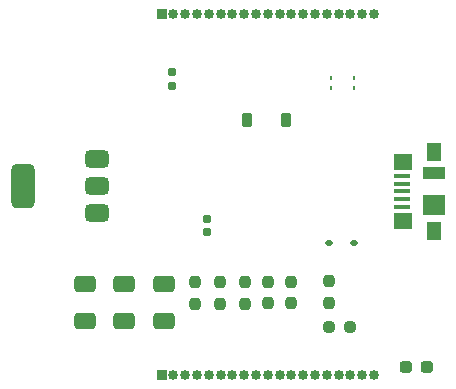
<source format=gbr>
%TF.GenerationSoftware,KiCad,Pcbnew,9.0.3*%
%TF.CreationDate,2025-08-23T20:39:02+05:00*%
%TF.ProjectId,esp-32-new,6573702d-3332-42d6-9e65-772e6b696361,rev?*%
%TF.SameCoordinates,Original*%
%TF.FileFunction,Soldermask,Top*%
%TF.FilePolarity,Negative*%
%FSLAX46Y46*%
G04 Gerber Fmt 4.6, Leading zero omitted, Abs format (unit mm)*
G04 Created by KiCad (PCBNEW 9.0.3) date 2025-08-23 20:39:02*
%MOMM*%
%LPD*%
G01*
G04 APERTURE LIST*
G04 Aperture macros list*
%AMRoundRect*
0 Rectangle with rounded corners*
0 $1 Rounding radius*
0 $2 $3 $4 $5 $6 $7 $8 $9 X,Y pos of 4 corners*
0 Add a 4 corners polygon primitive as box body*
4,1,4,$2,$3,$4,$5,$6,$7,$8,$9,$2,$3,0*
0 Add four circle primitives for the rounded corners*
1,1,$1+$1,$2,$3*
1,1,$1+$1,$4,$5*
1,1,$1+$1,$6,$7*
1,1,$1+$1,$8,$9*
0 Add four rect primitives between the rounded corners*
20,1,$1+$1,$2,$3,$4,$5,0*
20,1,$1+$1,$4,$5,$6,$7,0*
20,1,$1+$1,$6,$7,$8,$9,0*
20,1,$1+$1,$8,$9,$2,$3,0*%
G04 Aperture macros list end*
%ADD10RoundRect,0.237500X0.237500X-0.250000X0.237500X0.250000X-0.237500X0.250000X-0.237500X-0.250000X0*%
%ADD11RoundRect,0.062500X-0.062500X0.117500X-0.062500X-0.117500X0.062500X-0.117500X0.062500X0.117500X0*%
%ADD12RoundRect,0.155000X0.155000X-0.212500X0.155000X0.212500X-0.155000X0.212500X-0.155000X-0.212500X0*%
%ADD13RoundRect,0.237500X-0.250000X-0.237500X0.250000X-0.237500X0.250000X0.237500X-0.250000X0.237500X0*%
%ADD14RoundRect,0.250000X-0.650000X0.412500X-0.650000X-0.412500X0.650000X-0.412500X0.650000X0.412500X0*%
%ADD15RoundRect,0.237500X-0.287500X-0.237500X0.287500X-0.237500X0.287500X0.237500X-0.287500X0.237500X0*%
%ADD16RoundRect,0.225000X-0.225000X-0.375000X0.225000X-0.375000X0.225000X0.375000X-0.225000X0.375000X0*%
%ADD17RoundRect,0.375000X0.625000X0.375000X-0.625000X0.375000X-0.625000X-0.375000X0.625000X-0.375000X0*%
%ADD18RoundRect,0.500000X0.500000X1.400000X-0.500000X1.400000X-0.500000X-1.400000X0.500000X-1.400000X0*%
%ADD19RoundRect,0.112500X-0.187500X-0.112500X0.187500X-0.112500X0.187500X0.112500X-0.187500X0.112500X0*%
%ADD20R,1.380000X0.450000*%
%ADD21R,1.300000X1.650000*%
%ADD22R,1.550000X1.425000*%
%ADD23R,1.900000X1.800000*%
%ADD24R,1.900000X1.000000*%
%ADD25R,0.850000X0.850000*%
%ADD26C,0.850000*%
G04 APERTURE END LIST*
D10*
%TO.C,R4*%
X110620000Y-118480000D03*
X110620000Y-116655000D03*
%TD*%
%TO.C,R2*%
X105420000Y-118560000D03*
X105420000Y-116735000D03*
%TD*%
D11*
%TO.C,D3*%
X110800000Y-100327500D03*
X110800000Y-99487500D03*
%TD*%
D10*
%TO.C,R3*%
X107410000Y-118560000D03*
X107410000Y-116735000D03*
%TD*%
D12*
%TO.C,C9*%
X97280000Y-100107500D03*
X97280000Y-98972500D03*
%TD*%
D13*
%TO.C,R10*%
X110560000Y-120590000D03*
X112385000Y-120590000D03*
%TD*%
D14*
%TO.C,C7*%
X89930000Y-116890000D03*
X89930000Y-120015000D03*
%TD*%
D15*
%TO.C,D5*%
X117150000Y-123950000D03*
X118900000Y-123950000D03*
%TD*%
D14*
%TO.C,C6*%
X93280000Y-116890000D03*
X93280000Y-120015000D03*
%TD*%
D11*
%TO.C,D4*%
X112750000Y-100327500D03*
X112750000Y-99487500D03*
%TD*%
D16*
%TO.C,D2*%
X103660000Y-103020000D03*
X106960000Y-103020000D03*
%TD*%
D10*
%TO.C,R9*%
X101400000Y-118572500D03*
X101400000Y-116747500D03*
%TD*%
%TO.C,R8*%
X99270000Y-118602500D03*
X99270000Y-116777500D03*
%TD*%
D17*
%TO.C,U3*%
X90960000Y-110910000D03*
X90960000Y-108610000D03*
D18*
X84660000Y-108610000D03*
D17*
X90960000Y-106310000D03*
%TD*%
D12*
%TO.C,C2*%
X100230000Y-112517500D03*
X100230000Y-111382500D03*
%TD*%
D19*
%TO.C,D1*%
X110612500Y-113410000D03*
X112712500Y-113410000D03*
%TD*%
D20*
%TO.C,J1*%
X116800000Y-110370000D03*
X116800000Y-109720000D03*
X116800000Y-109070000D03*
X116800000Y-108420000D03*
X116800000Y-107770000D03*
D21*
X119460000Y-112445000D03*
D22*
X116885000Y-111557500D03*
D23*
X119460000Y-110220000D03*
D24*
X119460000Y-107520000D03*
D22*
X116885000Y-106582500D03*
D21*
X119460000Y-105695000D03*
%TD*%
D25*
%TO.C,J2*%
X96415000Y-94050000D03*
D26*
X97415000Y-94050000D03*
X98415000Y-94050000D03*
X99415000Y-94050000D03*
X100415000Y-94050000D03*
X101415000Y-94050000D03*
X102415000Y-94050000D03*
X103415000Y-94050000D03*
X104415000Y-94050000D03*
X105415000Y-94050000D03*
X106415000Y-94050000D03*
X107415000Y-94050000D03*
X108415000Y-94050000D03*
X109415000Y-94050000D03*
X110415000Y-94050000D03*
X111415000Y-94050000D03*
X112415000Y-94050000D03*
X113415000Y-94050000D03*
X114415000Y-94050000D03*
%TD*%
D14*
%TO.C,C1*%
X96630000Y-116890000D03*
X96630000Y-120015000D03*
%TD*%
D10*
%TO.C,R1*%
X103460000Y-118602500D03*
X103460000Y-116777500D03*
%TD*%
D25*
%TO.C,J3*%
X96415000Y-124590000D03*
D26*
X97415000Y-124590000D03*
X98415000Y-124590000D03*
X99415000Y-124590000D03*
X100415000Y-124590000D03*
X101415000Y-124590000D03*
X102415000Y-124590000D03*
X103415000Y-124590000D03*
X104415000Y-124590000D03*
X105415000Y-124590000D03*
X106415000Y-124590000D03*
X107415000Y-124590000D03*
X108415000Y-124590000D03*
X109415000Y-124590000D03*
X110415000Y-124590000D03*
X111415000Y-124590000D03*
X112415000Y-124590000D03*
X113415000Y-124590000D03*
X114415000Y-124590000D03*
%TD*%
M02*

</source>
